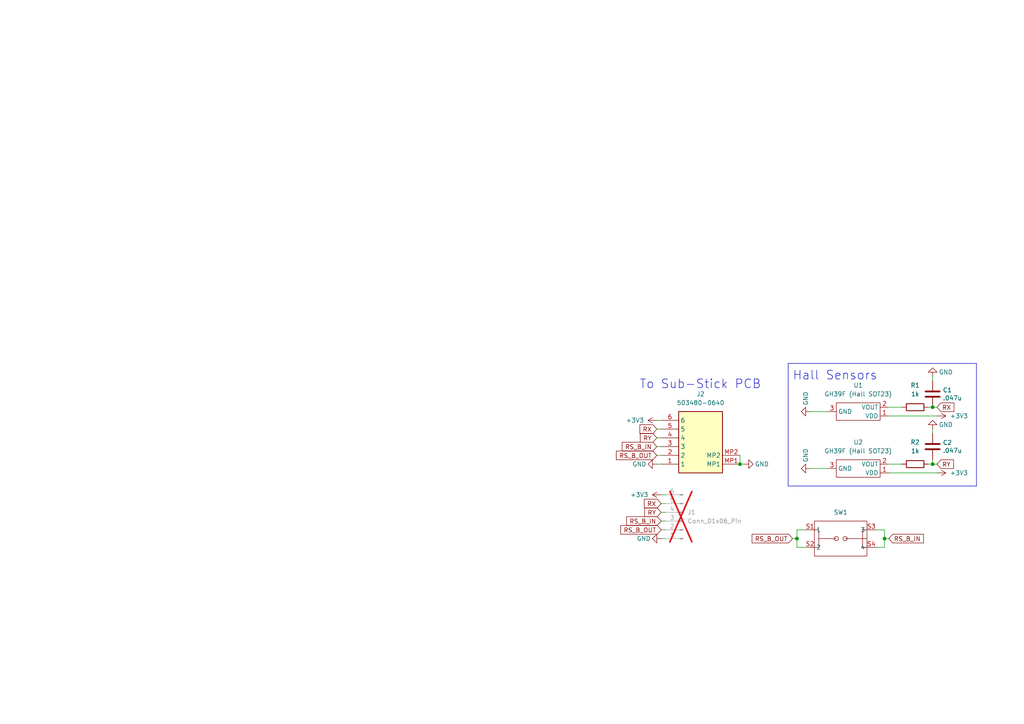
<source format=kicad_sch>
(kicad_sch (version 20230121) (generator eeschema)
  (paper "A4")
  (lib_symbols
    (symbol "Connector:Conn_01x06_Pin" (pin_names (offset 1.016) hide)
      (property "Reference" "J" (at 0 7.62 0))
      (property "Value" "Conn_01x06_Pin" (at 0 -10.16 0))
      (symbol "Conn_01x06_Pin_1_1"
        (polyline (pts (xy 1.27 -7.62) (xy 0.8636 -7.62)) (stroke (width 0.1524)))
        (polyline (pts (xy 1.27 -5.08) (xy 0.8636 -5.08)) (stroke (width 0.1524)))
        (polyline (pts (xy 1.27 -2.54) (xy 0.8636 -2.54)) (stroke (width 0.1524)))
        (polyline (pts (xy 1.27 0) (xy 0.8636 0)) (stroke (width 0.1524)))
        (polyline (pts (xy 1.27 2.54) (xy 0.8636 2.54)) (stroke (width 0.1524)))
        (polyline (pts (xy 1.27 5.08) (xy 0.8636 5.08)) (stroke (width 0.1524)))
        (rectangle (start 0.8636 -7.493) (end 0 -7.747) (stroke (width 0.1524)) (fill (type outline)))
        (rectangle (start 0.8636 -4.953) (end 0 -5.207) (stroke (width 0.1524)) (fill (type outline)))
        (rectangle (start 0.8636 -2.413) (end 0 -2.667) (stroke (width 0.1524)) (fill (type outline)))
        (rectangle (start 0.8636 0.127) (end 0 -0.127) (stroke (width 0.1524)) (fill (type outline)))
        (rectangle (start 0.8636 2.667) (end 0 2.413) (stroke (width 0.1524)) (fill (type outline)))
        (rectangle (start 0.8636 5.207) (end 0 4.953) (stroke (width 0.1524)) (fill (type outline)))
        (pin passive line (at 5.08 5.08 180) (length 3.81) (name "Pin_1") (number "1"))
        (pin passive line (at 5.08 2.54 180) (length 3.81) (name "Pin_2") (number "2"))
        (pin passive line (at 5.08 0 180) (length 3.81) (name "Pin_3") (number "3"))
        (pin passive line (at 5.08 -2.54 180) (length 3.81) (name "Pin_4") (number "4"))
        (pin passive line (at 5.08 -5.08 180) (length 3.81) (name "Pin_5") (number "5"))
        (pin passive line (at 5.08 -7.62 180) (length 3.81) (name "Pin_6") (number "6"))
      )
    )
    (symbol "Device:C" (pin_numbers hide) (pin_names (offset 0.254))
      (property "Reference" "C" (at 0.635 2.54 0))
      (property "Value" "C" (at 0.635 -2.54 0))
      (symbol "C_0_1"
        (polyline (pts (xy -2.032 -0.762) (xy 2.032 -0.762)) (stroke (width 0.508)))
        (polyline (pts (xy -2.032 0.762) (xy 2.032 0.762)) (stroke (width 0.508)))
      )
      (symbol "C_1_1"
        (pin passive line (at 0 3.81 270) (length 2.794) (name "~") (number "1"))
        (pin passive line (at 0 -3.81 90) (length 2.794) (name "~") (number "2"))
      )
    )
    (symbol "Device:R" (pin_numbers hide) (pin_names (offset 0))
      (property "Reference" "R" (at 2.032 0 90))
      (property "Value" "R" (at 0 0 90))
      (symbol "R_0_1"
        (rectangle (start -1.016 -2.54) (end 1.016 2.54) (stroke (width 0.254)))
      )
      (symbol "R_1_1"
        (pin passive line (at 0 3.81 270) (length 1.27) (name "~") (number "1"))
        (pin passive line (at 0 -3.81 90) (length 1.27) (name "~") (number "2"))
      )
    )
    (symbol "hhl:503480-0640"
      (property "Reference" "J" (at 19.05 7.62 0))
      (property "Value" "503480-0640" (at 19.05 5.08 0))
      (symbol "503480-0640_1_1"
        (rectangle (start 5.08 2.54) (end 17.78 -15.24) (stroke (width 0.254)) (fill (type background)))
        (pin passive line (at 22.86 0 180) (length 5.08) (name "1") (number "1"))
        (pin passive line (at 22.86 -2.54 180) (length 5.08) (name "2") (number "2"))
        (pin passive line (at 22.86 -5.08 180) (length 5.08) (name "3") (number "3"))
        (pin passive line (at 22.86 -7.62 180) (length 5.08) (name "4") (number "4"))
        (pin passive line (at 22.86 -10.16 180) (length 5.08) (name "5") (number "5"))
        (pin passive line (at 22.86 -12.7 180) (length 5.08) (name "6") (number "6"))
        (pin passive line (at 0 0 0) (length 5.08) (name "MP1") (number "MP1"))
        (pin passive line (at 0 -2.54 0) (length 5.08) (name "MP2") (number "MP2"))
      )
    )
    (symbol "hhl:GL18_SW"
      (property "Reference" "SW" (at 0 6.35 0))
      (symbol "GL18_SW_0_1"
        (rectangle (start -7.62 5.08) (end 7.62 -5.08))
        (circle (center -1.27 0) (radius 0.6087))
        (polyline (pts (xy -6.35 0) (xy -1.27 0)))
        (polyline (pts (xy 1.27 0) (xy 7.62 0)))
        (polyline (pts (xy -7.62 2.54) (xy -6.35 2.54) (xy -6.35 0) (xy -6.35 -2.54) (xy -7.62 -2.54)))
        (polyline (pts (xy 7.62 2.54) (xy 6.35 2.54) (xy 6.35 0) (xy 6.35 -2.54) (xy 7.62 -2.54)))
        (circle (center 1.27 0) (radius 0.6087))
      )
      (symbol "GL18_SW_1_1"
        (pin input line (at -10.16 2.54 0) (length 2.54) (name "1") (number "S1"))
        (pin input line (at -10.16 -2.54 0) (length 2.54) (name "2") (number "S2"))
        (pin input line (at 10.16 2.54 180) (length 2.54) (name "3") (number "S3"))
        (pin input line (at 10.16 -2.54 180) (length 2.54) (name "4") (number "S4"))
      )
    )
    (symbol "power:+3V3" (power) (pin_names (offset 0))
      (property "Value" "+3V3" (at 0 3.556 0))
      (symbol "+3V3_0_1"
        (polyline (pts (xy -0.762 1.27) (xy 0 2.54)))
        (polyline (pts (xy 0 0) (xy 0 2.54)))
        (polyline (pts (xy 0 2.54) (xy 0.762 1.27)))
      )
      (symbol "+3V3_1_1"
        (pin power_in line (at 0 0 90) (length 0) hide (name "+3V3") (number "1"))
      )
    )
    (symbol "power:GND" (power) (pin_names (offset 0))
      (property "Value" "GND" (at 0 -3.81 0))
      (symbol "GND_0_1"
        (polyline (pts (xy 0 0) (xy 0 -1.27) (xy 1.27 -1.27) (xy 0 -2.54) (xy -1.27 -1.27) (xy 0 -1.27)))
      )
      (symbol "GND_1_1"
        (pin power_in line (at 0 0 270) (length 0) hide (name "GND") (number "1"))
      )
    )
    (symbol "progcc_v3:GH39F (Hall SOT23)"
      (property "Reference" "U" (at 0 -3.81 0))
      (property "Value" "GH39F (Hall SOT23)" (at -0.0742 4.3756 0))
      (symbol "GH39F (Hall SOT23)_0_1"
        (rectangle (start -6.35 2.54) (end 6.35 -2.54))
      )
      (symbol "GH39F (Hall SOT23)_1_1"
        (pin power_in line (at 8.89 -1.27 180) (length 2.54) (name "VDD") (number "1"))
        (pin output line (at 8.89 1.27 180) (length 2.54) (name "VOUT") (number "2"))
        (pin power_in line (at -8.89 0 0) (length 2.54) (name "GND") (number "3"))
      )
    )
  )
  (junction (at 256.54 156.21))
  (junction (at 270.51 134.62))
  (junction (at 214.63 134.62))
  (junction (at 231.14 156.21))
  (junction (at 270.51 118.11))
  (wire (pts (xy 190.5 121.92) (xy 191.77 121.92)))
  (wire (pts (xy 269.24 134.62) (xy 270.51 134.62)))
  (polyline (pts (xy 283.21 140.97) (xy 283.21 105.41)))
  (polyline (pts (xy 228.6 140.97) (xy 283.21 140.97)))
  (wire (pts (xy 190.5 134.62) (xy 191.77 134.62)))
  (wire (pts (xy 231.14 153.67) (xy 231.14 156.21)))
  (wire (pts (xy 256.54 153.67) (xy 256.54 156.21)))
  (wire (pts (xy 270.51 134.62) (xy 271.78 134.62)))
  (wire (pts (xy 191.77 146.05) (xy 193.04 146.05)))
  (wire (pts (xy 270.51 118.11) (xy 271.78 118.11)))
  (wire (pts (xy 191.77 143.51) (xy 193.04 143.51)))
  (wire (pts (xy 229.87 156.21) (xy 231.14 156.21)))
  (wire (pts (xy 254 153.67) (xy 256.54 153.67)))
  (wire (pts (xy 231.14 153.67) (xy 233.68 153.67)))
  (polyline (pts (xy 283.21 105.41) (xy 228.6 105.41)))
  (wire (pts (xy 191.77 151.13) (xy 193.04 151.13)))
  (wire (pts (xy 231.14 156.21) (xy 231.14 158.75)))
  (wire (pts (xy 190.5 132.08) (xy 191.77 132.08)))
  (wire (pts (xy 191.77 156.21) (xy 193.04 156.21)))
  (wire (pts (xy 190.5 124.46) (xy 191.77 124.46)))
  (wire (pts (xy 256.54 156.21) (xy 256.54 158.75)))
  (wire (pts (xy 234.95 135.89) (xy 240.03 135.89)))
  (wire (pts (xy 257.81 120.65) (xy 271.78 120.65)))
  (wire (pts (xy 191.77 148.59) (xy 193.04 148.59)))
  (wire (pts (xy 270.51 133.35) (xy 270.51 134.62)))
  (wire (pts (xy 270.51 125.73) (xy 270.51 124.46)))
  (wire (pts (xy 257.81 118.11) (xy 261.62 118.11)))
  (wire (pts (xy 234.95 119.38) (xy 240.03 119.38)))
  (wire (pts (xy 254 158.75) (xy 256.54 158.75)))
  (wire (pts (xy 190.5 127) (xy 191.77 127)))
  (wire (pts (xy 190.5 129.54) (xy 191.77 129.54)))
  (wire (pts (xy 257.81 137.16) (xy 271.78 137.16)))
  (wire (pts (xy 214.63 134.62) (xy 215.9 134.62)))
  (wire (pts (xy 257.81 156.21) (xy 256.54 156.21)))
  (wire (pts (xy 233.68 158.75) (xy 231.14 158.75)))
  (wire (pts (xy 191.77 153.67) (xy 193.04 153.67)))
  (wire (pts (xy 257.81 134.62) (xy 261.62 134.62)))
  (wire (pts (xy 214.63 132.08) (xy 214.63 134.62)))
  (wire (pts (xy 269.24 118.11) (xy 270.51 118.11)))
  (wire (pts (xy 270.51 109.22) (xy 270.51 110.49)))
  (polyline (pts (xy 228.6 105.41) (xy 228.6 140.97)))
  (text "To Sub-Stick PCB" (at 185.42 113.03 0) (effects (font (size 2.54 2.54)) (justify left bottom)))
  (text "Hall Sensors" (at 229.87 110.49 0) (effects (font (size 2.54 2.54)) (justify left bottom)))
  (global_label "RX" (shape input) (at 190.5 124.46 180) (property "Intersheetrefs" "${INTERSHEET_REFS}" (effects hide)))
  (global_label "RX" (shape input) (at 271.78 118.11 0) (property "Intersheetrefs" "${INTERSHEET_REFS}" (effects hide)))
  (global_label "RX" (shape input) (at 191.77 146.05 180) (property "Intersheetrefs" "${INTERSHEET_REFS}" (effects hide)))
  (global_label "RS_B_IN" (shape input) (at 257.81 156.21 0) (property "Intersheetrefs" "${INTERSHEET_REFS}" (effects hide)))
  (global_label "RS_B_OUT" (shape input) (at 191.77 153.67 180) (property "Intersheetrefs" "${INTERSHEET_REFS}" (effects hide)))
  (global_label "RS_B_IN" (shape input) (at 190.5 129.54 180) (property "Intersheetrefs" "${INTERSHEET_REFS}" (effects hide)))
  (global_label "RY" (shape input) (at 191.77 148.59 180) (property "Intersheetrefs" "${INTERSHEET_REFS}" (effects hide)))
  (global_label "RY" (shape input) (at 190.5 127 180) (property "Intersheetrefs" "${INTERSHEET_REFS}" (effects hide)))
  (global_label "RS_B_OUT" (shape input) (at 190.5 132.08 180) (property "Intersheetrefs" "${INTERSHEET_REFS}" (effects hide)))
  (global_label "RS_B_IN" (shape input) (at 191.77 151.13 180) (property "Intersheetrefs" "${INTERSHEET_REFS}" (effects hide)))
  (global_label "RS_B_OUT" (shape input) (at 229.87 156.21 180) (property "Intersheetrefs" "${INTERSHEET_REFS}" (effects hide)))
  (global_label "RY" (shape input) (at 271.78 134.62 0) (property "Intersheetrefs" "${INTERSHEET_REFS}" (effects hide)))
  (symbol (lib_id "power:+3V3") (at 271.78 137.16 270) (unit 1)
    (property "Reference" "#PWR06" (effects hide))
    (property "Value" "+3V3" (at 278.13 137.16 90))
  )
  (symbol (lib_id "hhl:GL18_SW") (at 243.84 156.21 0) (unit 1)
    (property "Reference" "SW1" (at 243.84 148.59 0))
    (property "Value" "GL18_SW" (effects hide))
    (property "Footprint" "hhl:GL18" (effects hide))
    (property "Datasheet" "${KIPRJMOD}/../progcc_v3_libs/docs/GuliKit Hall stick GL18,hall sensor datasheet.pdf" (effects hide))
    (property "MPN" "GL18" (effects hide))
  )
  (symbol (lib_id "power:+3V3") (at 271.78 120.65 270) (unit 1)
    (property "Reference" "#PWR05" (effects hide))
    (property "Value" "+3V3" (at 278.13 120.65 90))
  )
  (symbol (lib_id "hhl:503480-0640") (at 214.63 134.62 180) (unit 1)
    (property "Reference" "J2" (at 203.2 114.3 0))
    (property "Value" "503480-0640" (at 203.2 116.84 0))
    (property "Footprint" "hhl:5034800640" (effects hide))
    (property "Datasheet" "https://www.molex.com/pdm_docs/sd/5034800640_sd.pdf" (effects hide))
    (property "Height" "1.2" (effects hide))
    (property "Mouser Part Number" "538-503480-0640" (effects hide))
    (property "Mouser Price/Stock" "https://www.mouser.co.uk/ProductDetail/Molex/503480-0640?qs=LBbezbu20sgOjA1645rLWw%3D%3D" (effects hide))
    (property "Manufacturer_Name" "Molex" (effects hide))
    (property "Manufacturer_Part_Number" "503480-0640" (effects hide))
  )
  (symbol (lib_id "progcc_v3:GH39F (Hall SOT23)") (at 248.92 119.38 0) (unit 1)
    (property "Reference" "U1" (at 248.92 111.76 0))
    (property "Value" "GH39F (Hall SOT23)" (at 248.92 114.3 0))
    (property "Footprint" "hhl:GH39F" (effects hide))
    (property "Datasheet" "${KIPRJMOD}/../progcc_v3_libs/docs/GL1612 chip schematic V1.2.pdf" (effects hide))
    (property "MPN" "GH39F" (effects hide))
  )
  (symbol (lib_id "power:GND") (at 270.51 124.46 180) (unit 1)
    (property "Reference" "#PWR04" (effects hide))
    (property "Value" "GND" (at 274.32 123.19 0))
  )
  (symbol (lib_id "power:GND") (at 234.95 119.38 270) (unit 1)
    (property "Reference" "#PWR01" (effects hide))
    (property "Value" "GND" (at 233.68 115.57 0))
  )
  (symbol (lib_id "Device:C") (at 270.51 114.3 0) (unit 1)
    (property "Reference" "C1" (at 273.431 113.1316 0) (effects (justify left)))
    (property "Value" ".047u" (at 273.431 115.443 0) (effects (justify left)))
    (property "Footprint" "Capacitor_SMD:C_0603_1608Metric_Pad1.08x0.95mm_HandSolder" (effects hide))
    (property "LCSC" "C15849" (effects hide))
  )
  (symbol (lib_id "Device:R") (at 265.43 134.62 90) (unit 1)
    (property "Reference" "R2" (at 265.43 128.27 90))
    (property "Value" "1k" (at 265.43 130.81 90))
    (property "Footprint" "Resistor_SMD:R_0201_0603Metric" (effects hide))
  )
  (symbol (lib_id "power:+3V3") (at 191.77 143.51 90) (unit 1)
    (property "Reference" "#PWR09" (effects hide))
    (property "Value" "+3V3" (at 185.42 143.51 90))
  )
  (symbol (lib_id "power:GND") (at 270.51 109.22 180) (unit 1)
    (property "Reference" "#PWR03" (effects hide))
    (property "Value" "GND" (at 274.32 107.95 0))
  )
  (symbol (lib_id "power:GND") (at 234.95 135.89 270) (unit 1)
    (property "Reference" "#PWR02" (effects hide))
    (property "Value" "GND" (at 233.68 132.08 0))
  )
  (symbol (lib_id "power:+3V3") (at 190.5 121.92 90) (unit 1)
    (property "Reference" "#PWR07" (effects hide))
    (property "Value" "+3V3" (at 184.15 121.92 90))
  )
  (symbol (lib_id "Device:C") (at 270.51 129.54 0) (unit 1)
    (property "Reference" "C2" (at 273.431 128.3716 0) (effects (justify left)))
    (property "Value" ".047u" (at 273.431 130.683 0) (effects (justify left)))
    (property "Footprint" "Capacitor_SMD:C_0603_1608Metric_Pad1.08x0.95mm_HandSolder" (effects hide))
    (property "LCSC" "C15849" (effects hide))
  )
  (symbol (lib_id "power:GND") (at 191.77 156.21 270) (unit 1)
    (property "Reference" "#PWR010" (effects hide))
    (property "Value" "GND" (at 186.69 156.21 90))
  )
  (symbol (lib_id "power:GND") (at 215.9 134.62 90) (unit 1)
    (property "Reference" "#PWR011" (effects hide))
    (property "Value" "GND" (at 220.98 134.62 90))
  )
  (symbol (lib_id "Device:R") (at 265.43 118.11 90) (unit 1)
    (property "Reference" "R1" (at 265.43 111.76 90))
    (property "Value" "1k" (at 265.43 114.3 90))
    (property "Footprint" "Resistor_SMD:R_0201_0603Metric" (effects hide))
  )
  (symbol (lib_id "Connector:Conn_01x06_Pin") (at 198.12 151.13 180) (unit 1) (in_bom no) (dnp yes)
    (property "Reference" "J1" (at 199.39 148.59 0) (effects (justify right)))
    (property "Value" "Conn_01x06_Pin" (at 199.39 151.13 0) (effects (justify right)))
    (property "Footprint" "Connector_PinHeader_2.00mm:PinHeader_1x06_P2.00mm_Vertical" (effects hide))
    (property "Sim.Enable" "0" (effects hide))
  )
  (symbol (lib_id "progcc_v3:GH39F (Hall SOT23)") (at 248.92 135.89 0) (unit 1)
    (property "Reference" "U2" (at 248.92 128.27 0))
    (property "Value" "GH39F (Hall SOT23)" (at 248.92 130.81 0))
    (property "Footprint" "hhl:GH39F" (effects hide))
    (property "Datasheet" "${KIPRJMOD}/../progcc_v3_libs/docs/GL1612 chip schematic V1.2.pdf" (effects hide))
    (property "MPN" "GH39F" (effects hide))
  )
  (symbol (lib_id "power:GND") (at 190.5 134.62 270) (unit 1)
    (property "Reference" "#PWR08" (effects hide))
    (property "Value" "GND" (at 185.42 134.62 90))
  )
)
</source>
